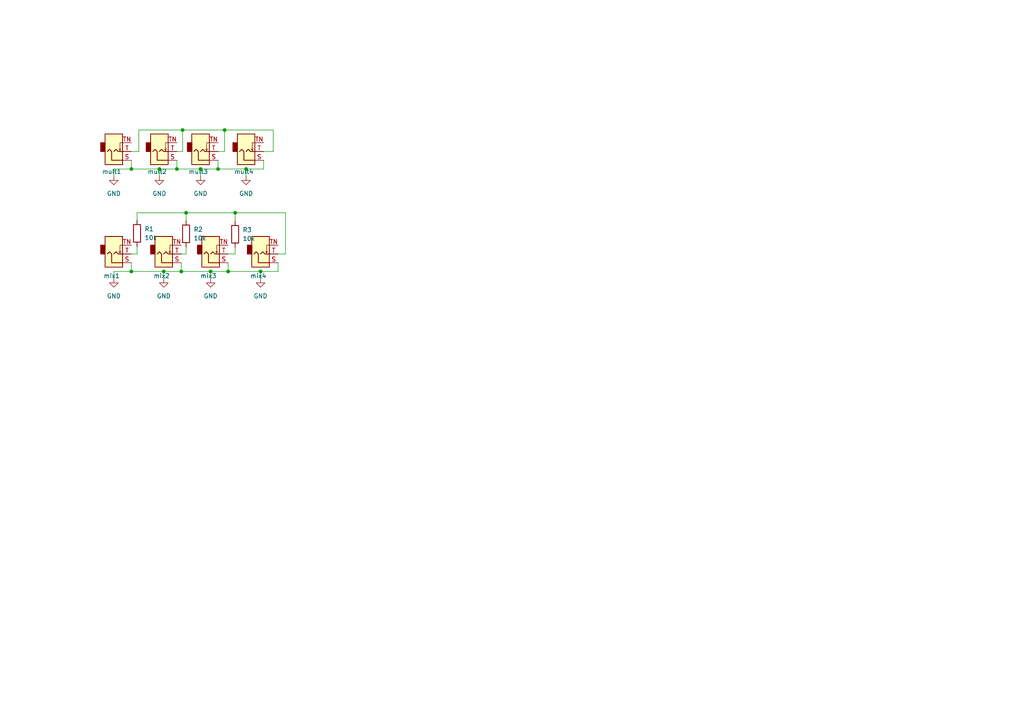
<source format=kicad_sch>
(kicad_sch (version 20230121) (generator eeschema)
  (paper "A4")
  (lib_symbols
    (symbol "Connector_Audio:AudioJack2_SwitchT"
      (property "Reference" "J" (at 0 8.89 0))
      (property "Value" "AudioJack2_SwitchT" (at 0 6.35 0))
      (symbol "AudioJack2_SwitchT_0_1"
        (rectangle (start -2.54 0) (end -3.81 -2.54) (stroke (width 0.254)) (fill (type outline)))
        (polyline (pts (xy 1.778 -0.254) (xy 2.032 -0.762)))
        (polyline (pts (xy 0 0) (xy 0.635 -0.635) (xy 1.27 0) (xy 2.54 0)) (stroke (width 0.254)))
        (polyline (pts (xy 2.54 -2.54) (xy 1.778 -2.54) (xy 1.778 -0.254) (xy 1.524 -0.762)))
        (polyline (pts (xy 2.54 2.54) (xy -0.635 2.54) (xy -0.635 0) (xy -1.27 -0.635) (xy -1.905 0)) (stroke (width 0.254)))
        (rectangle (start 2.54 3.81) (end -2.54 -5.08) (stroke (width 0.254)) (fill (type background)))
      )
      (symbol "AudioJack2_SwitchT_1_1"
        (pin passive line (at 5.08 2.54 180) (length 2.54) (name "~") (number "S"))
        (pin passive line (at 5.08 0 180) (length 2.54) (name "~") (number "T"))
        (pin passive line (at 5.08 -2.54 180) (length 2.54) (name "~") (number "TN"))
      )
    )
    (symbol "Device:R" (pin_numbers hide) (pin_names (offset 0))
      (property "Reference" "R" (at 2.032 0 90))
      (property "Value" "R" (at 0 0 90))
      (symbol "R_0_1"
        (rectangle (start -1.016 -2.54) (end 1.016 2.54) (stroke (width 0.254)))
      )
      (symbol "R_1_1"
        (pin passive line (at 0 3.81 270) (length 1.27) (name "~") (number "1"))
        (pin passive line (at 0 -3.81 90) (length 1.27) (name "~") (number "2"))
      )
    )
    (symbol "power:GND" (power) (pin_names (offset 0))
      (property "Value" "GND" (at 0 -3.81 0))
      (symbol "GND_0_1"
        (polyline (pts (xy 0 0) (xy 0 -1.27) (xy 1.27 -1.27) (xy 0 -2.54) (xy -1.27 -1.27) (xy 0 -1.27)))
      )
      (symbol "GND_1_1"
        (pin power_in line (at 0 0 270) (length 0) hide (name "GND") (number "1"))
      )
    )
  )
  (junction (at 58.166 49.022))
  (junction (at 68.199 61.722))
  (junction (at 66.167 78.74))
  (junction (at 47.498 78.74))
  (junction (at 52.578 78.74))
  (junction (at 52.959 37.719))
  (junction (at 71.374 49.022))
  (junction (at 53.975 61.722))
  (junction (at 38.1 78.74))
  (junction (at 46.228 49.022))
  (junction (at 38.1 49.022))
  (junction (at 65.151 37.719))
  (junction (at 75.565 78.74))
  (junction (at 63.246 49.022))
  (junction (at 61.087 78.74))
  (junction (at 51.308 49.022))
  (wire (pts (xy 68.199 71.755) (xy 68.199 73.66)))
  (wire (pts (xy 76.454 49.022) (xy 71.374 49.022)))
  (wire (pts (xy 52.578 76.2) (xy 52.578 78.74)))
  (wire (pts (xy 46.228 49.022) (xy 38.1 49.022)))
  (wire (pts (xy 52.578 78.74) (xy 47.498 78.74)))
  (wire (pts (xy 46.228 49.022) (xy 46.228 51.054)))
  (wire (pts (xy 63.246 43.942) (xy 65.151 43.942)))
  (wire (pts (xy 33.02 78.74) (xy 33.02 80.772)))
  (wire (pts (xy 66.167 73.66) (xy 68.199 73.66)))
  (wire (pts (xy 38.1 76.2) (xy 38.1 78.74)))
  (wire (pts (xy 79.248 37.719) (xy 79.248 43.942)))
  (wire (pts (xy 40.259 37.719) (xy 52.959 37.719)))
  (wire (pts (xy 71.374 49.022) (xy 71.374 51.054)))
  (wire (pts (xy 80.645 73.66) (xy 82.804 73.66)))
  (wire (pts (xy 75.565 78.74) (xy 66.167 78.74)))
  (wire (pts (xy 53.975 61.722) (xy 68.199 61.722)))
  (wire (pts (xy 52.959 37.719) (xy 52.959 43.942)))
  (wire (pts (xy 63.246 46.482) (xy 63.246 49.022)))
  (wire (pts (xy 38.1 78.74) (xy 33.02 78.74)))
  (wire (pts (xy 33.02 49.022) (xy 33.02 51.054)))
  (wire (pts (xy 80.645 78.74) (xy 75.565 78.74)))
  (wire (pts (xy 58.166 49.022) (xy 58.166 51.054)))
  (wire (pts (xy 58.166 49.022) (xy 51.308 49.022)))
  (wire (pts (xy 53.975 73.66) (xy 52.578 73.66)))
  (wire (pts (xy 40.259 43.942) (xy 40.259 37.719)))
  (wire (pts (xy 65.151 37.719) (xy 79.248 37.719)))
  (wire (pts (xy 68.199 61.722) (xy 82.804 61.722)))
  (wire (pts (xy 61.087 78.74) (xy 52.578 78.74)))
  (wire (pts (xy 68.199 61.722) (xy 68.199 64.135)))
  (wire (pts (xy 47.498 78.74) (xy 38.1 78.74)))
  (wire (pts (xy 66.167 76.2) (xy 66.167 78.74)))
  (wire (pts (xy 75.565 78.74) (xy 75.565 80.772)))
  (wire (pts (xy 53.975 71.628) (xy 53.975 73.66)))
  (wire (pts (xy 53.975 61.722) (xy 53.975 64.008)))
  (wire (pts (xy 51.308 46.482) (xy 51.308 49.022)))
  (wire (pts (xy 80.645 76.2) (xy 80.645 78.74)))
  (wire (pts (xy 51.308 43.942) (xy 52.959 43.942)))
  (wire (pts (xy 38.1 43.942) (xy 40.259 43.942)))
  (wire (pts (xy 39.751 61.722) (xy 53.975 61.722)))
  (wire (pts (xy 71.374 49.022) (xy 63.246 49.022)))
  (wire (pts (xy 79.248 43.942) (xy 76.454 43.942)))
  (wire (pts (xy 82.804 61.722) (xy 82.804 73.66)))
  (wire (pts (xy 39.751 63.881) (xy 39.751 61.722)))
  (wire (pts (xy 61.087 78.74) (xy 61.087 80.772)))
  (wire (pts (xy 76.454 46.482) (xy 76.454 49.022)))
  (wire (pts (xy 38.1 46.482) (xy 38.1 49.022)))
  (wire (pts (xy 65.151 37.719) (xy 65.151 43.942)))
  (wire (pts (xy 52.959 37.719) (xy 65.151 37.719)))
  (wire (pts (xy 66.167 78.74) (xy 61.087 78.74)))
  (wire (pts (xy 63.246 49.022) (xy 58.166 49.022)))
  (wire (pts (xy 51.308 49.022) (xy 46.228 49.022)))
  (wire (pts (xy 38.1 49.022) (xy 33.02 49.022)))
  (wire (pts (xy 39.751 73.66) (xy 39.751 71.501)))
  (wire (pts (xy 38.1 73.66) (xy 39.751 73.66)))
  (wire (pts (xy 47.498 78.74) (xy 47.498 80.772)))
  (symbol (lib_id "Device:R") (at 39.751 67.691 0) (unit 1)
    (property "Reference" "R1" (at 41.91 66.421 0) (effects (justify left)))
    (property "Value" "10k" (at 41.91 68.961 0) (effects (justify left)))
    (property "Footprint" "Resistor_THT:R_Axial_DIN0204_L3.6mm_D1.6mm_P1.90mm_Vertical" (effects hide))
  )
  (symbol (lib_id "Connector_Audio:AudioJack2_SwitchT") (at 61.087 73.66 0) (mirror x) (unit 1)
    (property "Reference" "mix3" (at 60.452 80.01 0))
    (property "Value" "AudioJack2_Ground" (effects hide))
    (property "Footprint" "0deS:jackEuroTSTN" (effects hide))
  )
  (symbol (lib_id "power:GND") (at 33.02 80.772 0) (unit 1)
    (property "Reference" "#PWR05" (effects hide))
    (property "Value" "GND" (at 33.02 85.852 0))
  )
  (symbol (lib_id "Connector_Audio:AudioJack2_SwitchT") (at 47.498 73.66 0) (mirror x) (unit 1)
    (property "Reference" "mix2" (at 46.863 80.01 0))
    (property "Value" "AudioJack2_Ground" (effects hide))
    (property "Footprint" "0deS:jackEuroTSTN" (effects hide))
  )
  (symbol (lib_id "Connector_Audio:AudioJack2_SwitchT") (at 33.02 43.942 0) (mirror x) (unit 1)
    (property "Reference" "mult1" (at 32.385 49.784 0))
    (property "Value" "AudioJack2_Ground" (effects hide))
    (property "Footprint" "0deS:jackEuroTSTN" (effects hide))
  )
  (symbol (lib_id "Connector_Audio:AudioJack2_SwitchT") (at 75.565 73.66 0) (mirror x) (unit 1)
    (property "Reference" "mix4" (at 74.93 80.01 0))
    (property "Value" "AudioJack2_Ground" (effects hide))
    (property "Footprint" "0deS:jackEuroTSTN" (effects hide))
  )
  (symbol (lib_id "power:GND") (at 58.166 51.054 0) (unit 1)
    (property "Reference" "#PWR03" (effects hide))
    (property "Value" "GND" (at 58.166 56.134 0))
  )
  (symbol (lib_id "Connector_Audio:AudioJack2_SwitchT") (at 33.02 73.66 0) (mirror x) (unit 1)
    (property "Reference" "mix1" (at 32.385 80.01 0))
    (property "Value" "AudioJack2_Ground" (effects hide))
    (property "Footprint" "0deS:jackEuroTSTN" (effects hide))
  )
  (symbol (lib_id "power:GND") (at 47.498 80.772 0) (unit 1)
    (property "Reference" "#PWR06" (effects hide))
    (property "Value" "GND" (at 47.498 85.852 0))
  )
  (symbol (lib_id "Device:R") (at 68.199 67.945 0) (unit 1)
    (property "Reference" "R3" (at 70.358 66.675 0) (effects (justify left)))
    (property "Value" "10k" (at 70.358 69.215 0) (effects (justify left)))
    (property "Footprint" "Resistor_THT:R_Axial_DIN0204_L3.6mm_D1.6mm_P1.90mm_Vertical" (effects hide))
  )
  (symbol (lib_id "power:GND") (at 71.374 51.054 0) (unit 1)
    (property "Reference" "#PWR04" (effects hide))
    (property "Value" "GND" (at 71.374 56.134 0))
  )
  (symbol (lib_id "Connector_Audio:AudioJack2_SwitchT") (at 58.166 43.942 0) (mirror x) (unit 1)
    (property "Reference" "mult3" (at 57.531 49.784 0))
    (property "Value" "AudioJack2_Ground" (effects hide))
    (property "Footprint" "0deS:jackEuroTSTN" (effects hide))
  )
  (symbol (lib_id "Connector_Audio:AudioJack2_SwitchT") (at 71.374 43.942 0) (mirror x) (unit 1)
    (property "Reference" "mult4" (at 70.739 49.784 0))
    (property "Value" "AudioJack2_Ground" (effects hide))
    (property "Footprint" "0deS:jackEuroTSTN" (effects hide))
  )
  (symbol (lib_id "power:GND") (at 46.228 51.054 0) (unit 1)
    (property "Reference" "#PWR02" (effects hide))
    (property "Value" "GND" (at 46.228 56.134 0))
  )
  (symbol (lib_id "power:GND") (at 75.565 80.772 0) (unit 1)
    (property "Reference" "#PWR08" (effects hide))
    (property "Value" "GND" (at 75.565 85.852 0))
  )
  (symbol (lib_id "power:GND") (at 33.02 51.054 0) (unit 1)
    (property "Reference" "#PWR01" (effects hide))
    (property "Value" "GND" (at 33.02 56.134 0))
  )
  (symbol (lib_id "Device:R") (at 53.975 67.818 0) (unit 1)
    (property "Reference" "R2" (at 56.134 66.548 0) (effects (justify left)))
    (property "Value" "10k" (at 56.134 69.088 0) (effects (justify left)))
    (property "Footprint" "Resistor_THT:R_Axial_DIN0204_L3.6mm_D1.6mm_P1.90mm_Vertical" (effects hide))
  )
  (symbol (lib_id "Connector_Audio:AudioJack2_SwitchT") (at -14.097 73.152 0) (mirror x) (unit 1)
    (property "Reference" "J1" (at -17.78 71.247 0) (effects (justify right)))
    (property "Value" "AudioJack2_SwitchT" (at -17.78 73.787 0) (effects (justify right)))
  )
  (symbol (lib_id "Connector_Audio:AudioJack2_SwitchT") (at 46.228 43.942 0) (mirror x) (unit 1)
    (property "Reference" "mult2" (at 45.593 49.784 0))
    (property "Value" "AudioJack2_Ground" (effects hide))
    (property "Footprint" "0deS:jackEuroTSTN" (effects hide))
  )
  (symbol (lib_id "power:GND") (at 61.087 80.772 0) (unit 1)
    (property "Reference" "#PWR07" (effects hide))
    (property "Value" "GND" (at 61.087 85.852 0))
  )
)
</source>
